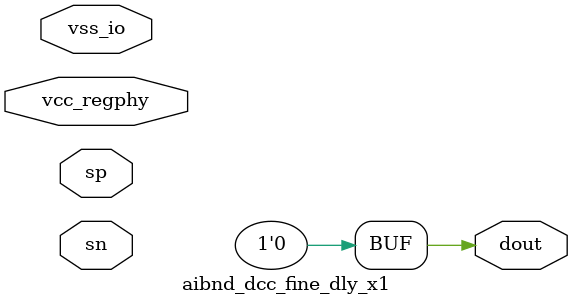
<source format=v>
module aibnd_dcc_fine_dly_x1(	// file.cleaned.mlir:2:3
  input  sp,	// file.cleaned.mlir:2:39
         sn,	// file.cleaned.mlir:2:52
         vcc_regphy,	// file.cleaned.mlir:2:65
         vss_io,	// file.cleaned.mlir:2:86
  output dout	// file.cleaned.mlir:2:104
);

  assign dout = 1'h0;	// file.cleaned.mlir:3:14, :4:5
endmodule


</source>
